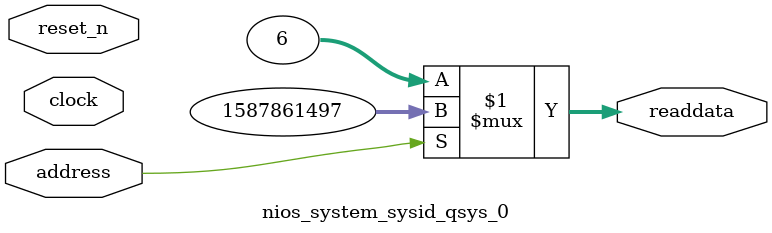
<source format=v>



// synthesis translate_off
`timescale 1ns / 1ps
// synthesis translate_on

// turn off superfluous verilog processor warnings 
// altera message_level Level1 
// altera message_off 10034 10035 10036 10037 10230 10240 10030 

module nios_system_sysid_qsys_0 (
               // inputs:
                address,
                clock,
                reset_n,

               // outputs:
                readdata
             )
;

  output  [ 31: 0] readdata;
  input            address;
  input            clock;
  input            reset_n;

  wire    [ 31: 0] readdata;
  //control_slave, which is an e_avalon_slave
  assign readdata = address ? 1587861497 : 6;

endmodule



</source>
